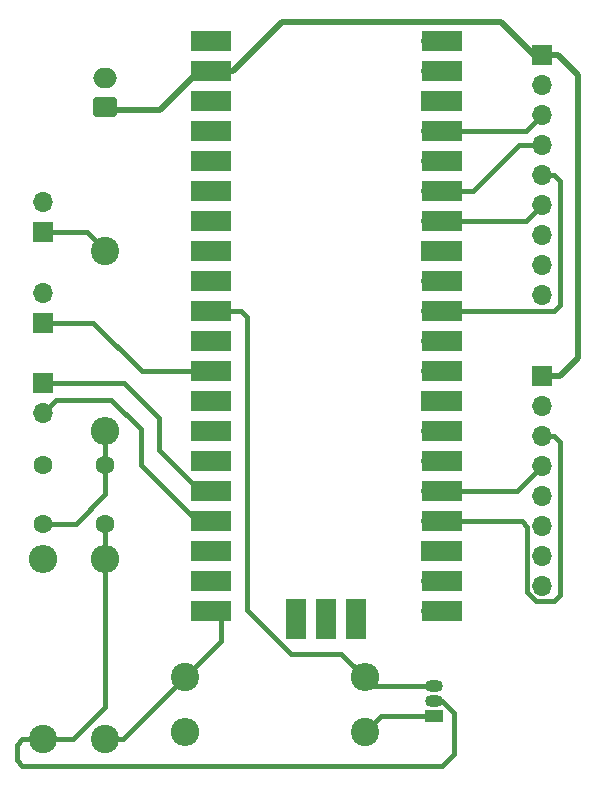
<source format=gbr>
%TF.GenerationSoftware,KiCad,Pcbnew,(6.0.7)*%
%TF.CreationDate,2023-03-31T20:18:19-04:00*%
%TF.ProjectId,mwap_circuit,6d776170-5f63-4697-9263-7569742e6b69,rev?*%
%TF.SameCoordinates,Original*%
%TF.FileFunction,Copper,L1,Top*%
%TF.FilePolarity,Positive*%
%FSLAX46Y46*%
G04 Gerber Fmt 4.6, Leading zero omitted, Abs format (unit mm)*
G04 Created by KiCad (PCBNEW (6.0.7)) date 2023-03-31 20:18:19*
%MOMM*%
%LPD*%
G01*
G04 APERTURE LIST*
G04 Aperture macros list*
%AMRoundRect*
0 Rectangle with rounded corners*
0 $1 Rounding radius*
0 $2 $3 $4 $5 $6 $7 $8 $9 X,Y pos of 4 corners*
0 Add a 4 corners polygon primitive as box body*
4,1,4,$2,$3,$4,$5,$6,$7,$8,$9,$2,$3,0*
0 Add four circle primitives for the rounded corners*
1,1,$1+$1,$2,$3*
1,1,$1+$1,$4,$5*
1,1,$1+$1,$6,$7*
1,1,$1+$1,$8,$9*
0 Add four rect primitives between the rounded corners*
20,1,$1+$1,$2,$3,$4,$5,0*
20,1,$1+$1,$4,$5,$6,$7,0*
20,1,$1+$1,$6,$7,$8,$9,0*
20,1,$1+$1,$8,$9,$2,$3,0*%
G04 Aperture macros list end*
%TA.AperFunction,SMDPad,CuDef*%
%ADD10R,3.500000X1.700000*%
%TD*%
%TA.AperFunction,ComponentPad*%
%ADD11O,1.700000X1.700000*%
%TD*%
%TA.AperFunction,ComponentPad*%
%ADD12R,1.700000X1.700000*%
%TD*%
%TA.AperFunction,SMDPad,CuDef*%
%ADD13R,1.700000X3.500000*%
%TD*%
%TA.AperFunction,ComponentPad*%
%ADD14C,2.400000*%
%TD*%
%TA.AperFunction,ComponentPad*%
%ADD15O,2.400000X2.400000*%
%TD*%
%TA.AperFunction,ComponentPad*%
%ADD16O,1.500000X1.050000*%
%TD*%
%TA.AperFunction,ComponentPad*%
%ADD17R,1.500000X1.050000*%
%TD*%
%TA.AperFunction,ComponentPad*%
%ADD18RoundRect,0.250000X0.750000X-0.600000X0.750000X0.600000X-0.750000X0.600000X-0.750000X-0.600000X0*%
%TD*%
%TA.AperFunction,ComponentPad*%
%ADD19O,2.000000X1.700000*%
%TD*%
%TA.AperFunction,ComponentPad*%
%ADD20C,1.600000*%
%TD*%
%TA.AperFunction,Conductor*%
%ADD21C,0.400000*%
%TD*%
%TA.AperFunction,Conductor*%
%ADD22C,0.500000*%
%TD*%
G04 APERTURE END LIST*
D10*
%TO.P,U1,20,GPIO15*%
%TO.N,unconnected-(U1-Pad20)*%
X135505000Y-111905000D03*
D11*
X134605000Y-111905000D03*
%TO.P,U1,19,GPIO14*%
%TO.N,unconnected-(U1-Pad19)*%
X134605000Y-109365000D03*
D10*
X135505000Y-109365000D03*
%TO.P,U1,18,GND*%
%TO.N,GND*%
X135505000Y-106825000D03*
D12*
X134605000Y-106825000D03*
D10*
%TO.P,U1,17,GPIO13*%
%TO.N,MCP9808_SCL*%
X135505000Y-104285000D03*
D11*
X134605000Y-104285000D03*
D10*
%TO.P,U1,16,GPIO12*%
%TO.N,MCP9808_SDA*%
X135505000Y-101745000D03*
D11*
X134605000Y-101745000D03*
D10*
%TO.P,U1,15,GPIO11*%
%TO.N,unconnected-(U1-Pad15)*%
X135505000Y-99205000D03*
D11*
X134605000Y-99205000D03*
%TO.P,U1,14,GPIO10*%
%TO.N,unconnected-(U1-Pad14)*%
X134605000Y-96665000D03*
D10*
X135505000Y-96665000D03*
D12*
%TO.P,U1,13,GND*%
%TO.N,GND*%
X134605000Y-94125000D03*
D10*
X135505000Y-94125000D03*
D11*
%TO.P,U1,12,GPIO9*%
%TO.N,unconnected-(U1-Pad12)*%
X134605000Y-91585000D03*
D10*
X135505000Y-91585000D03*
D11*
%TO.P,U1,11,GPIO8*%
%TO.N,unconnected-(U1-Pad11)*%
X134605000Y-89045000D03*
D10*
X135505000Y-89045000D03*
%TO.P,U1,10,GPIO7*%
%TO.N,SD_MOSI*%
X135505000Y-86505000D03*
D11*
X134605000Y-86505000D03*
%TO.P,U1,9,GPIO6*%
%TO.N,unconnected-(U1-Pad9)*%
X134605000Y-83965000D03*
D10*
X135505000Y-83965000D03*
D12*
%TO.P,U1,8,GND*%
%TO.N,GND*%
X134605000Y-81425000D03*
D10*
X135505000Y-81425000D03*
%TO.P,U1,7,GPIO5*%
%TO.N,SD_CS*%
X135505000Y-78885000D03*
D11*
X134605000Y-78885000D03*
%TO.P,U1,6,GPIO4*%
%TO.N,SD_MISO*%
X134605000Y-76345000D03*
D10*
X135505000Y-76345000D03*
D11*
%TO.P,U1,5,GPIO3*%
%TO.N,unconnected-(U1-Pad5)*%
X134605000Y-73805000D03*
D10*
X135505000Y-73805000D03*
D11*
%TO.P,U1,4,GPIO2*%
%TO.N,SD_SCK*%
X134605000Y-71265000D03*
D10*
X135505000Y-71265000D03*
D12*
%TO.P,U1,3,GND*%
%TO.N,GND*%
X134605000Y-68725000D03*
D10*
X135505000Y-68725000D03*
%TO.P,U1,2,GPIO1*%
%TO.N,unconnected-(U1-Pad2)*%
X135505000Y-66185000D03*
D11*
X134605000Y-66185000D03*
D10*
%TO.P,U1,1,GPIO0*%
%TO.N,unconnected-(U1-Pad1)*%
X135505000Y-63645000D03*
D11*
X134605000Y-63645000D03*
D13*
%TO.P,U1,42,GND*%
%TO.N,GND*%
X125715000Y-112575000D03*
D12*
X125715000Y-111675000D03*
D10*
%TO.P,U1,21,GPIO16*%
%TO.N,SPC_SELECT*%
X115925000Y-111905000D03*
D11*
X116825000Y-111905000D03*
%TO.P,U1,22,GPIO17*%
%TO.N,unconnected-(U1-Pad22)*%
X116825000Y-109365000D03*
D10*
X115925000Y-109365000D03*
%TO.P,U1,23,GND*%
%TO.N,GND*%
X115925000Y-106825000D03*
D12*
X116825000Y-106825000D03*
D10*
%TO.P,U1,24,GPIO18*%
%TO.N,I2C_SDA*%
X115925000Y-104285000D03*
D11*
X116825000Y-104285000D03*
D10*
%TO.P,U1,25,GPIO19*%
%TO.N,I2C_SCL*%
X115925000Y-101745000D03*
D11*
X116825000Y-101745000D03*
D10*
%TO.P,U1,26,GPIO20*%
%TO.N,unconnected-(U1-Pad26)*%
X115925000Y-99205000D03*
D11*
X116825000Y-99205000D03*
D10*
%TO.P,U1,27,GPIO21*%
%TO.N,unconnected-(U1-Pad27)*%
X115925000Y-96665000D03*
D11*
X116825000Y-96665000D03*
D12*
%TO.P,U1,28,GND*%
%TO.N,GND*%
X116825000Y-94125000D03*
D10*
X115925000Y-94125000D03*
D11*
%TO.P,U1,29,GPIO22*%
%TO.N,US_TX*%
X116825000Y-91585000D03*
D10*
X115925000Y-91585000D03*
%TO.P,U1,30,RUN*%
%TO.N,unconnected-(U1-Pad30)*%
X115925000Y-89045000D03*
D11*
X116825000Y-89045000D03*
%TO.P,U1,31,GPIO26_ADC0*%
%TO.N,US_RX_P*%
X116825000Y-86505000D03*
D10*
X115925000Y-86505000D03*
D11*
%TO.P,U1,32,GPIO27_ADC1*%
%TO.N,unconnected-(U1-Pad32)*%
X116825000Y-83965000D03*
D10*
X115925000Y-83965000D03*
%TO.P,U1,33,AGND*%
%TO.N,GND*%
X115925000Y-81425000D03*
D12*
X116825000Y-81425000D03*
D11*
%TO.P,U1,34,GPIO28_ADC2*%
%TO.N,unconnected-(U1-Pad34)*%
X116825000Y-78885000D03*
D10*
X115925000Y-78885000D03*
%TO.P,U1,35,ADC_VREF*%
%TO.N,unconnected-(U1-Pad35)*%
X115925000Y-76345000D03*
D11*
X116825000Y-76345000D03*
D10*
%TO.P,U1,36,3V3*%
%TO.N,unconnected-(U1-Pad36)*%
X115925000Y-73805000D03*
D11*
X116825000Y-73805000D03*
D10*
%TO.P,U1,37,3V3_EN*%
%TO.N,unconnected-(U1-Pad37)*%
X115925000Y-71265000D03*
D11*
X116825000Y-71265000D03*
D12*
%TO.P,U1,38,GND*%
%TO.N,GND*%
X116825000Y-68725000D03*
D10*
X115925000Y-68725000D03*
%TO.P,U1,39,VSYS*%
%TO.N,+3.3V*%
X115925000Y-66185000D03*
D11*
X116825000Y-66185000D03*
%TO.P,U1,40,VBUS*%
%TO.N,unconnected-(U1-Pad40)*%
X116825000Y-63645000D03*
D10*
X115925000Y-63645000D03*
D13*
%TO.P,U1,43,SWDIO*%
%TO.N,unconnected-(U1-Pad43)*%
X123175000Y-112575000D03*
D11*
X123175000Y-111675000D03*
D13*
%TO.P,U1,41,SWCLK*%
%TO.N,unconnected-(U1-Pad41)*%
X128255000Y-112575000D03*
D11*
X128255000Y-111675000D03*
%TD*%
D14*
%TO.P,RF1,1*%
%TO.N,US_RX*%
X107000000Y-81380000D03*
D15*
%TO.P,RF1,2*%
%TO.N,Net-(CF1-Pad1)*%
X107000000Y-96620000D03*
%TD*%
D14*
%TO.P,RE1,1*%
%TO.N,Net-(Q1-Pad1)*%
X129000000Y-122150000D03*
D15*
%TO.P,RE1,2*%
%TO.N,GND*%
X113760000Y-122150000D03*
%TD*%
D14*
%TO.P,RC1,1*%
%TO.N,SPC_SELECT*%
X113760000Y-117500000D03*
D15*
%TO.P,RC1,2*%
%TO.N,US_RX_P*%
X129000000Y-117500000D03*
%TD*%
D14*
%TO.P,R2,1*%
%TO.N,Net-(CF2-Pad2)*%
X101750000Y-122750000D03*
D15*
%TO.P,R2,2*%
%TO.N,GND*%
X101750000Y-107510000D03*
%TD*%
D14*
%TO.P,R1,1*%
%TO.N,SPC_SELECT*%
X107000000Y-122750000D03*
D15*
%TO.P,R1,2*%
%TO.N,Net-(CF2-Pad2)*%
X107000000Y-107510000D03*
%TD*%
D16*
%TO.P,Q1,3,C*%
%TO.N,US_RX_P*%
X134850000Y-118230000D03*
%TO.P,Q1,2,B*%
%TO.N,Net-(CF2-Pad2)*%
X134850000Y-119500000D03*
D17*
%TO.P,Q1,1,E*%
%TO.N,Net-(Q1-Pad1)*%
X134850000Y-120770000D03*
%TD*%
D12*
%TO.P,J6,1,Pin_1*%
%TO.N,I2C_SCL*%
X101750000Y-92575000D03*
D11*
%TO.P,J6,2,Pin_2*%
%TO.N,I2C_SDA*%
X101750000Y-95115000D03*
%TD*%
%TO.P,J5,8,Pin_8*%
%TO.N,unconnected-(J5-Pad8)*%
X144000000Y-109780000D03*
%TO.P,J5,7,Pin_7*%
%TO.N,unconnected-(J5-Pad7)*%
X144000000Y-107240000D03*
%TO.P,J5,6,Pin_6*%
%TO.N,unconnected-(J5-Pad6)*%
X144000000Y-104700000D03*
%TO.P,J5,5,Pin_5*%
%TO.N,unconnected-(J5-Pad5)*%
X144000000Y-102160000D03*
%TO.P,J5,4,Pin_4*%
%TO.N,MCP9808_SDA*%
X144000000Y-99620000D03*
%TO.P,J5,3,Pin_3*%
%TO.N,MCP9808_SCL*%
X144000000Y-97080000D03*
%TO.P,J5,2,Pin_2*%
%TO.N,GND*%
X144000000Y-94540000D03*
D12*
%TO.P,J5,1,Pin_1*%
%TO.N,+3.3V*%
X144000000Y-92000000D03*
%TD*%
%TO.P,J4,1,Pin_1*%
%TO.N,+3.3V*%
X144000000Y-64850000D03*
D11*
%TO.P,J4,2,Pin_2*%
%TO.N,GND*%
X144000000Y-67390000D03*
%TO.P,J4,3,Pin_3*%
%TO.N,SD_SCK*%
X144000000Y-69930000D03*
%TO.P,J4,4,Pin_4*%
%TO.N,SD_MISO*%
X144000000Y-72470000D03*
%TO.P,J4,5,Pin_5*%
%TO.N,SD_MOSI*%
X144000000Y-75010000D03*
%TO.P,J4,6,Pin_6*%
%TO.N,SD_CS*%
X144000000Y-77550000D03*
%TO.P,J4,7,Pin_7*%
%TO.N,unconnected-(J4-Pad7)*%
X144000000Y-80090000D03*
%TO.P,J4,8,Pin_8*%
%TO.N,unconnected-(J4-Pad8)*%
X144000000Y-82630000D03*
%TO.P,J4,9,Pin_9*%
%TO.N,unconnected-(J4-Pad9)*%
X144000000Y-85170000D03*
%TD*%
%TO.P,J3,2,Pin_2*%
%TO.N,GND*%
X101750000Y-77285000D03*
D12*
%TO.P,J3,1,Pin_1*%
%TO.N,US_RX*%
X101750000Y-79825000D03*
%TD*%
%TO.P,J2,1,Pin_1*%
%TO.N,US_TX*%
X101750000Y-87475000D03*
D11*
%TO.P,J2,2,Pin_2*%
%TO.N,GND*%
X101750000Y-84935000D03*
%TD*%
D18*
%TO.P,J1,1,Pin_1*%
%TO.N,+3.3V*%
X107000000Y-69250000D03*
D19*
%TO.P,J1,2,Pin_2*%
%TO.N,GND*%
X107000000Y-66750000D03*
%TD*%
D20*
%TO.P,CF2,1*%
%TO.N,Net-(CF1-Pad1)*%
X107000000Y-99500000D03*
%TO.P,CF2,2*%
%TO.N,Net-(CF2-Pad2)*%
X107000000Y-104500000D03*
%TD*%
%TO.P,CF1,1*%
%TO.N,Net-(CF1-Pad1)*%
X101750000Y-104500000D03*
%TO.P,CF1,2*%
%TO.N,GND*%
X101750000Y-99500000D03*
%TD*%
D21*
%TO.N,Net-(CF2-Pad2)*%
X135500000Y-119500000D02*
X134850000Y-119500000D01*
X136500000Y-120500000D02*
X135500000Y-119500000D01*
X135500000Y-125000000D02*
X136500000Y-124000000D01*
X100000000Y-125000000D02*
X135500000Y-125000000D01*
X99500000Y-124500000D02*
X100000000Y-125000000D01*
X99500000Y-123250000D02*
X99500000Y-124500000D01*
X136500000Y-124000000D02*
X136500000Y-120500000D01*
X101750000Y-122750000D02*
X100000000Y-122750000D01*
X100000000Y-122750000D02*
X99500000Y-123250000D01*
D22*
%TO.N,+3.3V*%
X117815000Y-66185000D02*
X116825000Y-66185000D01*
X122000000Y-62000000D02*
X117815000Y-66185000D01*
X140500000Y-62000000D02*
X122000000Y-62000000D01*
X144000000Y-64850000D02*
X143350000Y-64850000D01*
X143350000Y-64850000D02*
X140500000Y-62000000D01*
X147000000Y-90500000D02*
X145500000Y-92000000D01*
X147000000Y-66500000D02*
X147000000Y-90500000D01*
X145350000Y-64850000D02*
X147000000Y-66500000D01*
X145500000Y-92000000D02*
X144000000Y-92000000D01*
X144000000Y-64850000D02*
X145350000Y-64850000D01*
X111650000Y-69500000D02*
X114965000Y-66185000D01*
X107250000Y-69500000D02*
X111650000Y-69500000D01*
X107000000Y-69250000D02*
X107250000Y-69500000D01*
X114965000Y-66185000D02*
X116825000Y-66185000D01*
D21*
%TO.N,US_RX_P*%
X118505000Y-86505000D02*
X116825000Y-86505000D01*
X119000000Y-87000000D02*
X118505000Y-86505000D01*
X122700000Y-115500000D02*
X119000000Y-111800000D01*
X119000000Y-111800000D02*
X119000000Y-87000000D01*
X127000000Y-115500000D02*
X122700000Y-115500000D01*
X129000000Y-117500000D02*
X127000000Y-115500000D01*
%TO.N,Net-(Q1-Pad1)*%
X130380000Y-120770000D02*
X129000000Y-122150000D01*
X134850000Y-120770000D02*
X130380000Y-120770000D01*
%TO.N,US_RX_P*%
X129730000Y-118230000D02*
X134850000Y-118230000D01*
X129000000Y-117500000D02*
X129730000Y-118230000D01*
%TO.N,SPC_SELECT*%
X108510000Y-122750000D02*
X107000000Y-122750000D01*
X113760000Y-117500000D02*
X108510000Y-122750000D01*
X116825000Y-114435000D02*
X113760000Y-117500000D01*
X116825000Y-111905000D02*
X116825000Y-114435000D01*
%TO.N,Net-(CF2-Pad2)*%
X104250000Y-122750000D02*
X101750000Y-122750000D01*
X107000000Y-107510000D02*
X107000000Y-120000000D01*
X107000000Y-120000000D02*
X104250000Y-122750000D01*
X107000000Y-104500000D02*
X107000000Y-107510000D01*
%TO.N,Net-(CF1-Pad1)*%
X104500000Y-104500000D02*
X101750000Y-104500000D01*
X107000000Y-102000000D02*
X104500000Y-104500000D01*
X107000000Y-99500000D02*
X107000000Y-102000000D01*
X107000000Y-96620000D02*
X107000000Y-99500000D01*
%TO.N,US_TX*%
X110085000Y-91585000D02*
X116825000Y-91585000D01*
X105975000Y-87475000D02*
X110085000Y-91585000D01*
X101750000Y-87475000D02*
X105975000Y-87475000D01*
%TO.N,US_RX*%
X105445000Y-79825000D02*
X107000000Y-81380000D01*
X101750000Y-79825000D02*
X105445000Y-79825000D01*
%TO.N,I2C_SDA*%
X114785000Y-104285000D02*
X116825000Y-104285000D01*
X110000000Y-99500000D02*
X114785000Y-104285000D01*
X110000000Y-96500000D02*
X110000000Y-99500000D01*
X107500000Y-94000000D02*
X110000000Y-96500000D01*
X101750000Y-95115000D02*
X102865000Y-94000000D01*
X102865000Y-94000000D02*
X107500000Y-94000000D01*
%TO.N,I2C_SCL*%
X111540000Y-98220000D02*
X115065000Y-101745000D01*
X115065000Y-101745000D02*
X116825000Y-101745000D01*
X111540000Y-95540000D02*
X111540000Y-98220000D01*
X108575000Y-92575000D02*
X111540000Y-95540000D01*
X101750000Y-92575000D02*
X108575000Y-92575000D01*
%TO.N,MCP9808_SCL*%
X145000000Y-97080000D02*
X144000000Y-97080000D01*
X145500000Y-110500000D02*
X145500000Y-97580000D01*
X142750000Y-110297767D02*
X143482233Y-111030000D01*
X144970000Y-111030000D02*
X145500000Y-110500000D01*
X145500000Y-97580000D02*
X145000000Y-97080000D01*
X142285000Y-104285000D02*
X142750000Y-104750000D01*
X134605000Y-104285000D02*
X142285000Y-104285000D01*
X142750000Y-104750000D02*
X142750000Y-110297767D01*
X143482233Y-111030000D02*
X144970000Y-111030000D01*
%TO.N,SD_MISO*%
X138155000Y-76345000D02*
X142030000Y-72470000D01*
X134605000Y-76345000D02*
X138155000Y-76345000D01*
X142030000Y-72470000D02*
X144000000Y-72470000D01*
%TO.N,SD_SCK*%
X142665000Y-71265000D02*
X144000000Y-69930000D01*
X134605000Y-71265000D02*
X142665000Y-71265000D01*
%TO.N,SD_MOSI*%
X145500000Y-86000000D02*
X145500000Y-75520000D01*
X145500000Y-75520000D02*
X144990000Y-75010000D01*
X144990000Y-75010000D02*
X144000000Y-75010000D01*
X144995000Y-86505000D02*
X145500000Y-86000000D01*
X134605000Y-86505000D02*
X144995000Y-86505000D01*
%TO.N,MCP9808_SDA*%
X141875000Y-101745000D02*
X144000000Y-99620000D01*
X134605000Y-101745000D02*
X141875000Y-101745000D01*
%TO.N,SD_CS*%
X142665000Y-78885000D02*
X144000000Y-77550000D01*
X134605000Y-78885000D02*
X142665000Y-78885000D01*
%TD*%
M02*

</source>
